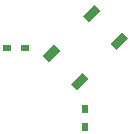
<source format=gtp>
%TF.GenerationSoftware,KiCad,Pcbnew,5.0.0-fee4fd1~66~ubuntu16.04.1*%
%TF.CreationDate,2018-08-21T17:19:53-07:00*%
%TF.ProjectId,2x3-LED-RGB-NeoPixel-SMT,3278332D4C45442D5247422D4E656F50,v1.1*%
%TF.SameCoordinates,Original*%
%TF.FileFunction,Paste,Top*%
%TF.FilePolarity,Positive*%
%FSLAX46Y46*%
G04 Gerber Fmt 4.6, Leading zero omitted, Abs format (unit mm)*
G04 Created by KiCad (PCBNEW 5.0.0-fee4fd1~66~ubuntu16.04.1) date Tue Aug 21 17:19:53 2018*
%MOMM*%
%LPD*%
G01*
G04 APERTURE LIST*
%ADD10R,0.647600X0.597600*%
%ADD11C,0.736600*%
%ADD12C,0.350000*%
%ADD13R,0.597600X0.647600*%
G04 APERTURE END LIST*
D10*
X2532954Y-34080584D03*
X1032954Y-34080584D03*
D11*
X4807954Y-34555584D03*
D12*
G36*
X5023480Y-33819203D02*
X5544335Y-34340058D01*
X4592428Y-35291965D01*
X4071573Y-34771110D01*
X5023480Y-33819203D01*
X5023480Y-33819203D01*
G37*
D11*
X7207954Y-36955584D03*
D12*
G36*
X7423480Y-36219203D02*
X7944335Y-36740058D01*
X6992428Y-37691965D01*
X6471573Y-37171110D01*
X7423480Y-36219203D01*
X7423480Y-36219203D01*
G37*
D11*
X10549596Y-33523808D03*
D12*
G36*
X10765122Y-32787427D02*
X11285977Y-33308282D01*
X10334070Y-34260189D01*
X9813215Y-33739334D01*
X10765122Y-32787427D01*
X10765122Y-32787427D01*
G37*
D11*
X8214730Y-31188942D03*
D12*
G36*
X8430256Y-30452561D02*
X8951111Y-30973416D01*
X7999204Y-31925323D01*
X7478349Y-31404468D01*
X8430256Y-30452561D01*
X8430256Y-30452561D01*
G37*
D13*
X7623538Y-40805630D03*
X7623538Y-39305630D03*
M02*

</source>
